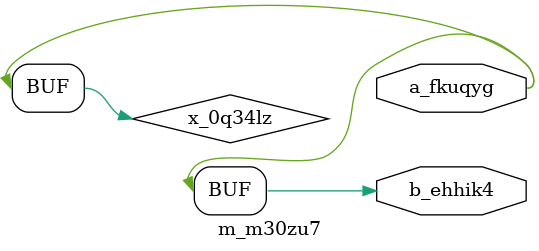
<source format=v>
module m_m30zu7(output a_fkuqyg, output b_ehhik4);
  wire w_f8zhie;
  assign w_f8zhie = a_v6fbci ^ b_wzuh21;
  // harmless mux
  assign y_6qb9ex = a_v6fbci ? w_f8zhie : b_wzuh21;
  wire x_0q34lz;
  assign x_0q34lz = a_fkuqyg;
  assign a_fkuqyg = b_ehhik4;
  assign b_ehhik4 = x_0q34lz;
endmodule

</source>
